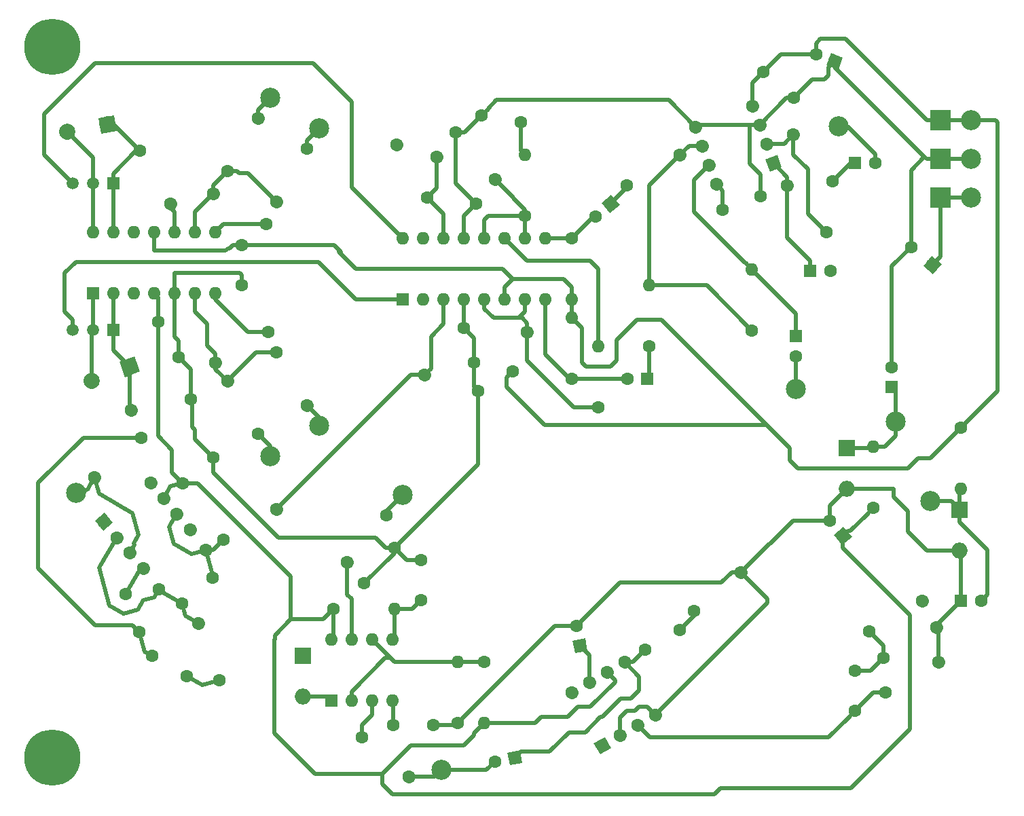
<source format=gbr>
G04 #@! TF.GenerationSoftware,KiCad,Pcbnew,(5.1.2-1)-1*
G04 #@! TF.CreationDate,2021-02-01T13:45:36-05:00*
G04 #@! TF.ProjectId,MFOS - Voltage Controlled Reverb,4d464f53-202d-4205-966f-6c7461676520,rev?*
G04 #@! TF.SameCoordinates,Original*
G04 #@! TF.FileFunction,Copper,L1,Top*
G04 #@! TF.FilePolarity,Positive*
%FSLAX46Y46*%
G04 Gerber Fmt 4.6, Leading zero omitted, Abs format (unit mm)*
G04 Created by KiCad (PCBNEW (5.1.2-1)-1) date 2021-02-01 13:45:36*
%MOMM*%
%LPD*%
G04 APERTURE LIST*
%ADD10C,7.000000*%
%ADD11C,1.600000*%
%ADD12C,0.100000*%
%ADD13R,1.600000X1.600000*%
%ADD14R,1.500000X1.500000*%
%ADD15C,1.500000*%
%ADD16C,2.000000*%
%ADD17C,2.000000*%
%ADD18R,2.000000X2.000000*%
%ADD19O,2.000000X2.000000*%
%ADD20C,2.499360*%
%ADD21R,2.499360X2.499360*%
%ADD22C,1.600000*%
%ADD23O,1.600000X1.600000*%
%ADD24C,0.500000*%
%ADD25C,0.400000*%
G04 APERTURE END LIST*
D10*
X18288000Y-106680000D03*
X18288000Y-18034000D03*
D11*
X113474768Y-18956950D03*
X115824000Y-19812000D03*
D12*
G36*
X116849370Y-19333862D02*
G01*
X116302138Y-20837370D01*
X114798630Y-20290138D01*
X115345862Y-18786630D01*
X116849370Y-19333862D01*
X116849370Y-19333862D01*
G37*
D11*
X110998000Y-56602000D03*
D13*
X110998000Y-54102000D03*
D11*
X83639880Y-90247981D03*
X84074000Y-92710000D03*
D12*
G36*
X85000765Y-93358928D02*
G01*
X83425072Y-93636765D01*
X83147235Y-92061072D01*
X84722928Y-91783235D01*
X85000765Y-93358928D01*
X85000765Y-93358928D01*
G37*
D11*
X134072000Y-87122000D03*
D13*
X131572000Y-87122000D03*
D11*
X122936000Y-57952000D03*
D13*
X122936000Y-60452000D03*
D11*
X73483981Y-107114120D03*
X75946000Y-106680000D03*
D12*
G36*
X76594928Y-105753235D02*
G01*
X76872765Y-107328928D01*
X75297072Y-107606765D01*
X75019235Y-106031072D01*
X76594928Y-105753235D01*
X76594928Y-105753235D01*
G37*
D11*
X120864000Y-32512000D03*
D13*
X118364000Y-32512000D03*
D11*
X85968889Y-39198969D03*
X87884000Y-37592000D03*
D12*
G36*
X87982605Y-36464934D02*
G01*
X89011066Y-37690605D01*
X87785395Y-38719066D01*
X86756934Y-37493395D01*
X87982605Y-36464934D01*
X87982605Y-36464934D01*
G37*
D11*
X115276000Y-45974000D03*
D13*
X112776000Y-45974000D03*
D11*
X89956000Y-59436000D03*
D13*
X92456000Y-59436000D03*
D11*
X115233031Y-77078889D03*
X116840000Y-78994000D03*
D12*
G36*
X117967066Y-79092605D02*
G01*
X116741395Y-80121066D01*
X115712934Y-78895395D01*
X116938605Y-77866934D01*
X117967066Y-79092605D01*
X117967066Y-79092605D01*
G37*
D14*
X25908000Y-35052000D03*
D15*
X20828000Y-35052000D03*
X23368000Y-35052000D03*
D14*
X25908000Y-53340000D03*
D15*
X20828000Y-53340000D03*
X23368000Y-53340000D03*
D11*
X38258061Y-84237861D03*
X34427839Y-87451799D03*
X96532127Y-90718000D03*
X92202000Y-93218000D03*
X35021677Y-96447442D03*
X30691550Y-93947442D03*
X64262000Y-87042000D03*
X64262000Y-82042000D03*
X106552463Y-36643899D03*
X101854000Y-38354000D03*
X34483068Y-72422786D03*
X38313290Y-69208848D03*
X57170222Y-84924062D03*
X53340000Y-88138000D03*
X31496000Y-52324000D03*
X33996000Y-56654127D03*
X71783961Y-26563759D03*
X76708000Y-27432000D03*
X128016000Y-45212000D03*
D12*
G36*
X129143066Y-45113395D02*
G01*
X128114605Y-46339066D01*
X126888934Y-45310605D01*
X127917395Y-44084934D01*
X129143066Y-45113395D01*
X129143066Y-45113395D01*
G37*
D11*
X125334844Y-42962243D03*
X110744000Y-24384000D03*
X106913778Y-21170062D03*
X27381492Y-86272186D03*
X29091593Y-90970649D03*
X65786000Y-102616000D03*
X60786000Y-102616000D03*
X41910000Y-42752000D03*
X41910000Y-47752000D03*
X71374000Y-60960000D03*
X75704127Y-58460000D03*
X118364000Y-95838000D03*
X118364000Y-100838000D03*
D16*
X23166361Y-59649462D03*
D17*
X23166361Y-59649462D02*
X23166361Y-59649462D01*
D16*
X27940000Y-57912000D03*
D12*
G36*
X28537672Y-56630287D02*
G01*
X29221713Y-58509672D01*
X27342328Y-59193713D01*
X26658287Y-57314328D01*
X28537672Y-56630287D01*
X28537672Y-56630287D01*
G37*
D16*
X25146000Y-27686000D03*
D12*
G36*
X25957160Y-26527544D02*
G01*
X26304456Y-28497160D01*
X24334840Y-28844456D01*
X23987544Y-26874840D01*
X25957160Y-26527544D01*
X25957160Y-26527544D01*
G37*
D16*
X20143177Y-28568133D03*
D17*
X20143177Y-28568133D02*
X20143177Y-28568133D01*
D18*
X49530000Y-93980000D03*
D19*
X49530000Y-99060000D03*
X131419600Y-80822800D03*
D18*
X131419600Y-75742800D03*
D20*
X51562000Y-65278000D03*
X116332000Y-27940000D03*
X45466000Y-24384000D03*
X45466000Y-69088000D03*
X51562000Y-28194000D03*
X61976000Y-73914000D03*
X66802000Y-108204000D03*
X21218287Y-73606053D03*
X123444000Y-64770000D03*
X110998000Y-60706000D03*
D21*
X129032000Y-32004000D03*
D20*
X132842000Y-32004000D03*
X132842000Y-36830000D03*
D21*
X129032000Y-36830000D03*
X129032000Y-27178000D03*
D20*
X132842000Y-27178000D03*
X127762000Y-74676000D03*
D11*
X29390451Y-66748795D03*
X23553192Y-71646837D03*
D22*
X23553192Y-71646837D02*
X23553192Y-71646837D01*
D11*
X36477041Y-89872162D03*
D22*
X36477041Y-89872162D02*
X36477041Y-89872162D01*
D11*
X39083234Y-97032620D03*
X31572652Y-85657329D03*
X37409911Y-80759287D03*
D22*
X37409911Y-80759287D02*
X37409911Y-80759287D01*
D11*
X120624600Y-75514200D03*
D23*
X120624600Y-67894200D03*
X131572000Y-73152000D03*
D11*
X131572000Y-65532000D03*
X98298000Y-88392000D03*
X104135259Y-83493958D03*
D22*
X104135259Y-83493958D02*
X104135259Y-83493958D01*
D11*
X35560000Y-61976000D03*
X28055765Y-63299199D03*
D22*
X28055765Y-63299199D02*
X28055765Y-63299199D01*
D11*
X39624000Y-79502000D03*
X46223114Y-75692000D03*
D22*
X46223114Y-75692000D02*
X46223114Y-75692000D01*
D11*
X120142000Y-90932000D03*
X126741114Y-87122000D03*
D22*
X126741114Y-87122000D02*
X126741114Y-87122000D01*
D11*
X83058000Y-59436000D03*
D23*
X83058000Y-51816000D03*
D11*
X45212000Y-53594000D03*
X38612886Y-57404000D03*
D22*
X38612886Y-57404000D02*
X38612886Y-57404000D01*
D11*
X64697958Y-58923259D03*
D22*
X64697958Y-58923259D02*
X64697958Y-58923259D01*
D11*
X69596000Y-53086000D03*
X50038000Y-62733114D03*
D22*
X50038000Y-62733114D02*
X50038000Y-62733114D01*
D11*
X46228000Y-56134000D03*
X43942000Y-66294000D03*
X40132000Y-59694886D03*
D22*
X40132000Y-59694886D02*
X40132000Y-59694886D01*
D11*
X77465114Y-53594000D03*
D22*
X77465114Y-53594000D02*
X77465114Y-53594000D01*
D11*
X70866000Y-57404000D03*
X86360000Y-62992000D03*
D23*
X86360000Y-55372000D03*
X92710000Y-47752000D03*
D11*
X92710000Y-55372000D03*
X61214000Y-30230886D03*
D22*
X61214000Y-30230886D02*
X61214000Y-30230886D01*
D11*
X65024000Y-36830000D03*
X89916000Y-35306000D03*
X96515114Y-31496000D03*
D22*
X96515114Y-31496000D02*
X96515114Y-31496000D01*
D23*
X105486200Y-45745400D03*
D11*
X105486200Y-53365400D03*
X33020000Y-37587114D03*
D22*
X33020000Y-37587114D02*
X33020000Y-37587114D01*
D11*
X29210000Y-30988000D03*
X110671958Y-28960741D03*
D22*
X110671958Y-28960741D02*
X110671958Y-28960741D01*
D11*
X115570000Y-34798000D03*
X109909958Y-35310741D03*
D22*
X109909958Y-35310741D02*
X109909958Y-35310741D01*
D11*
X114808000Y-41148000D03*
X44958000Y-40132000D03*
X38358886Y-36322000D03*
D22*
X38358886Y-36322000D02*
X38358886Y-36322000D01*
D11*
X71120000Y-37592000D03*
X66221958Y-31754741D03*
D22*
X66221958Y-31754741D02*
X66221958Y-31754741D01*
D23*
X83058000Y-49530000D03*
D11*
X83058000Y-41910000D03*
X43942000Y-26928886D03*
D22*
X43942000Y-26928886D02*
X43942000Y-26928886D01*
D11*
X40132000Y-33528000D03*
X50038000Y-30734000D03*
X46228000Y-37333114D03*
D22*
X46228000Y-37333114D02*
X46228000Y-37333114D01*
D11*
X73478042Y-34539259D03*
D22*
X73478042Y-34539259D02*
X73478042Y-34539259D01*
D11*
X68580000Y-28702000D03*
X77216000Y-39116000D03*
D23*
X77216000Y-31496000D03*
D11*
X60960000Y-80518000D03*
D23*
X60960000Y-88138000D03*
D11*
X56896000Y-104140000D03*
X62733259Y-109038042D03*
D22*
X62733259Y-109038042D02*
X62733259Y-109038042D01*
D11*
X55045958Y-82291259D03*
D22*
X55045958Y-82291259D02*
X55045958Y-82291259D01*
D11*
X59944000Y-76454000D03*
X72136000Y-94742000D03*
D23*
X72136000Y-102362000D03*
X68834000Y-94742000D03*
D11*
X68834000Y-102362000D03*
X128519114Y-90424000D03*
D22*
X128519114Y-90424000D02*
X128519114Y-90424000D01*
D11*
X121920000Y-94234000D03*
X128773114Y-94742000D03*
D22*
X128773114Y-94742000D02*
X128773114Y-94742000D01*
D11*
X122174000Y-98552000D03*
X86868000Y-105156000D03*
D12*
G36*
X87960820Y-105448820D02*
G01*
X86575180Y-106248820D01*
X85775180Y-104863180D01*
X87160820Y-104063180D01*
X87960820Y-105448820D01*
X87960820Y-105448820D01*
G37*
D11*
X89657114Y-94746886D03*
D22*
X89657114Y-94746886D02*
X89657114Y-94746886D01*
D11*
X89067705Y-103886000D03*
D22*
X89067705Y-103886000D02*
X89067705Y-103886000D01*
D11*
X87457409Y-96016886D03*
D22*
X87457409Y-96016886D02*
X87457409Y-96016886D01*
D11*
X91267409Y-102616000D03*
D22*
X91267409Y-102616000D02*
X91267409Y-102616000D01*
D11*
X85257705Y-97286886D03*
D22*
X85257705Y-97286886D02*
X85257705Y-97286886D01*
D11*
X93467114Y-101346000D03*
D22*
X93467114Y-101346000D02*
X93467114Y-101346000D01*
D11*
X83058000Y-98556886D03*
D22*
X83058000Y-98556886D02*
X83058000Y-98556886D01*
D11*
X30524875Y-72328897D03*
D22*
X30524875Y-72328897D02*
X30524875Y-72328897D01*
D11*
X29585658Y-83064198D03*
D22*
X29585658Y-83064198D02*
X29585658Y-83064198D01*
D11*
X32157555Y-74274650D03*
D22*
X32157555Y-74274650D02*
X32157555Y-74274650D01*
D11*
X27952977Y-81118445D03*
D22*
X27952977Y-81118445D02*
X27952977Y-81118445D01*
D11*
X33790236Y-76220403D03*
D22*
X33790236Y-76220403D02*
X33790236Y-76220403D01*
D11*
X26320297Y-79172692D03*
D22*
X26320297Y-79172692D02*
X26320297Y-79172692D01*
D11*
X35422916Y-78166156D03*
D22*
X35422916Y-78166156D02*
X35422916Y-78166156D01*
D11*
X24687616Y-77226939D03*
D12*
G36*
X24589011Y-78354005D02*
G01*
X23560550Y-77128334D01*
X24786221Y-76099873D01*
X25814682Y-77325544D01*
X24589011Y-78354005D01*
X24589011Y-78354005D01*
G37*
D13*
X23368000Y-48768000D03*
D23*
X38608000Y-41148000D03*
X25908000Y-48768000D03*
X36068000Y-41148000D03*
X28448000Y-48768000D03*
X33528000Y-41148000D03*
X30988000Y-48768000D03*
X30988000Y-41148000D03*
X33528000Y-48768000D03*
X28448000Y-41148000D03*
X36068000Y-48768000D03*
X25908000Y-41148000D03*
X38608000Y-48768000D03*
X23368000Y-41148000D03*
D13*
X61976000Y-49530000D03*
D23*
X79756000Y-41910000D03*
X64516000Y-49530000D03*
X77216000Y-41910000D03*
X67056000Y-49530000D03*
X74676000Y-41910000D03*
X69596000Y-49530000D03*
X72136000Y-41910000D03*
X72136000Y-49530000D03*
X69596000Y-41910000D03*
X74676000Y-49530000D03*
X67056000Y-41910000D03*
X77216000Y-49530000D03*
X64516000Y-41910000D03*
X79756000Y-49530000D03*
X61976000Y-41910000D03*
D11*
X101043542Y-35118193D03*
D22*
X101043542Y-35118193D02*
X101043542Y-35118193D01*
D11*
X105597807Y-25351542D03*
D22*
X105597807Y-25351542D02*
X105597807Y-25351542D01*
D11*
X100174811Y-32731374D03*
D22*
X100174811Y-32731374D02*
X100174811Y-32731374D01*
D11*
X106466538Y-27738361D03*
D22*
X106466538Y-27738361D02*
X106466538Y-27738361D01*
D11*
X99306080Y-30344555D03*
D22*
X99306080Y-30344555D02*
X99306080Y-30344555D01*
D11*
X107335269Y-30125181D03*
D22*
X107335269Y-30125181D02*
X107335269Y-30125181D01*
D11*
X98437349Y-27957736D03*
D22*
X98437349Y-27957736D02*
X98437349Y-27957736D01*
D11*
X108204000Y-32512000D03*
D12*
G36*
X108682138Y-31486630D02*
G01*
X109229370Y-32990138D01*
X107725862Y-33537370D01*
X107178630Y-32033862D01*
X108682138Y-31486630D01*
X108682138Y-31486630D01*
G37*
D13*
X53060600Y-99542600D03*
D23*
X60680600Y-91922600D03*
X55600600Y-99542600D03*
X58140600Y-91922600D03*
X58140600Y-99542600D03*
X55600600Y-91922600D03*
X60680600Y-99542600D03*
X53060600Y-91922600D03*
D18*
X117348000Y-68072000D03*
D19*
X117348000Y-73152000D03*
D24*
X31496000Y-49276000D02*
X30988000Y-48768000D01*
X31496000Y-52324000D02*
X31496000Y-49276000D01*
X33203223Y-71119343D02*
X33203223Y-68255223D01*
X34003222Y-71919342D02*
X33203223Y-71119343D01*
X31496000Y-66548000D02*
X31496000Y-52324000D01*
X33203223Y-68255223D02*
X31496000Y-66548000D01*
X32996804Y-72821029D02*
X32157556Y-74274649D01*
X34483068Y-72422786D02*
X32996804Y-72821029D01*
X76708000Y-30988000D02*
X77216000Y-31496000D01*
X76708000Y-27432000D02*
X76708000Y-30988000D01*
X132842000Y-36830000D02*
X129032000Y-36830000D01*
X53340000Y-91643200D02*
X53060600Y-91922600D01*
X53340000Y-88138000D02*
X53340000Y-91643200D01*
X129032000Y-44196000D02*
X129032000Y-36830000D01*
X128016000Y-45212000D02*
X129032000Y-44196000D01*
X101854000Y-35928651D02*
X101043542Y-35118193D01*
X101854000Y-38354000D02*
X101854000Y-35928651D01*
X119824601Y-76314199D02*
X120624600Y-75514200D01*
X117783356Y-78355444D02*
X119824601Y-76314199D01*
X117478556Y-78355444D02*
X117783356Y-78355444D01*
X116840000Y-78994000D02*
X117478556Y-78355444D01*
X86360000Y-55372000D02*
X86360000Y-45720000D01*
X86360000Y-45720000D02*
X85344000Y-44704000D01*
X77470000Y-44704000D02*
X74676000Y-41910000D01*
X85344000Y-44704000D02*
X77470000Y-44704000D01*
X70866000Y-103632000D02*
X72136000Y-102362000D01*
X59436000Y-108712000D02*
X62992000Y-105156000D01*
X101601957Y-110488043D02*
X100838000Y-111252000D01*
X117857957Y-110488043D02*
X101601957Y-110488043D01*
X125222000Y-88900000D02*
X125222000Y-103124000D01*
X125222000Y-103124000D02*
X117857957Y-110488043D01*
X116840000Y-80518000D02*
X125222000Y-88900000D01*
X116840000Y-78994000D02*
X116840000Y-80518000D01*
X70866000Y-103886000D02*
X69596000Y-105156000D01*
X70866000Y-103632000D02*
X70866000Y-103886000D01*
X62992000Y-105156000D02*
X69596000Y-105156000D01*
X59436000Y-109982000D02*
X60706000Y-111252000D01*
X100838000Y-111252000D02*
X60706000Y-111252000D01*
X59436000Y-109982000D02*
X59436000Y-108712000D01*
X59436000Y-108712000D02*
X51054000Y-108712000D01*
X51054000Y-108712000D02*
X45974000Y-103632000D01*
X45974000Y-103632000D02*
X45974000Y-91948000D01*
X45999400Y-91922600D02*
X45999400Y-91414600D01*
X45974000Y-91948000D02*
X45999400Y-91922600D01*
X45999400Y-91414600D02*
X48006000Y-89408000D01*
X52070000Y-89408000D02*
X53340000Y-88138000D01*
X48006000Y-89408000D02*
X52070000Y-89408000D01*
X48006000Y-89408000D02*
X48006000Y-84074000D01*
X36354786Y-72422786D02*
X34483068Y-72422786D01*
X48006000Y-84074000D02*
X36354786Y-72422786D01*
X82550000Y-101600000D02*
X79248000Y-101600000D01*
X88430261Y-97243739D02*
X85344000Y-100330000D01*
X83820000Y-100330000D02*
X82550000Y-101600000D01*
X88430261Y-96989739D02*
X88430261Y-97243739D01*
X78486000Y-102362000D02*
X72136000Y-102362000D01*
X85344000Y-100330000D02*
X83820000Y-100330000D01*
X79248000Y-101600000D02*
X78486000Y-102362000D01*
X87457409Y-96016886D02*
X88430261Y-96989739D01*
X33020000Y-37587114D02*
X33020000Y-38100000D01*
X33528000Y-38608000D02*
X33528000Y-41148000D01*
X33020000Y-38100000D02*
X33528000Y-38608000D01*
X41656000Y-46228000D02*
X33528000Y-46228000D01*
X41910000Y-46482000D02*
X41656000Y-46228000D01*
X33528000Y-46228000D02*
X33528000Y-48768000D01*
X41910000Y-47752000D02*
X41910000Y-46482000D01*
X33996000Y-56654127D02*
X33996000Y-54650000D01*
X33528000Y-54182000D02*
X33528000Y-48768000D01*
X33996000Y-54650000D02*
X33528000Y-54182000D01*
X35560000Y-58218127D02*
X33996000Y-56654127D01*
X35560000Y-61976000D02*
X35560000Y-58218127D01*
X69596000Y-39116000D02*
X71120000Y-37592000D01*
X69596000Y-41910000D02*
X69596000Y-39116000D01*
X68580000Y-35052000D02*
X68580000Y-28702000D01*
X71120000Y-37592000D02*
X68580000Y-35052000D01*
X69645720Y-28702000D02*
X71783961Y-26563759D01*
X68580000Y-28702000D02*
X69645720Y-28702000D01*
X109820899Y-24384000D02*
X110744000Y-24384000D01*
X106466538Y-27738361D02*
X109820899Y-24384000D01*
X110744000Y-24384000D02*
X113030000Y-22098000D01*
X113030000Y-22098000D02*
X114554000Y-22098000D01*
X114554000Y-22098000D02*
X115062000Y-21590000D01*
X115062000Y-20574000D02*
X115824000Y-19812000D01*
X115062000Y-21590000D02*
X115062000Y-20574000D01*
X98656724Y-27738361D02*
X98437349Y-27957736D01*
X132842000Y-32004000D02*
X129032000Y-32004000D01*
X115824000Y-20545680D02*
X115824000Y-19812000D01*
X129032000Y-32004000D02*
X127282320Y-32004000D01*
X29742386Y-93399443D02*
X29091593Y-90970649D01*
X30691550Y-93947442D02*
X29742386Y-93399443D01*
X35713323Y-62129323D02*
X35560000Y-61976000D01*
X35713323Y-65431323D02*
X35713323Y-62129323D01*
X36059765Y-65777765D02*
X35713323Y-65431323D01*
X36059765Y-66955323D02*
X36059765Y-65777765D01*
X38313290Y-69208848D02*
X36059765Y-66955323D01*
X69596000Y-53086000D02*
X69596000Y-50546000D01*
X69596000Y-50546000D02*
X69596000Y-49530000D01*
X70866000Y-54356000D02*
X69596000Y-53086000D01*
X70866000Y-57404000D02*
X70866000Y-54356000D01*
X70866000Y-60452000D02*
X71374000Y-60960000D01*
X70866000Y-57404000D02*
X70866000Y-60452000D01*
X62484000Y-82042000D02*
X60960000Y-80518000D01*
X64262000Y-82042000D02*
X62484000Y-82042000D01*
X60960000Y-81134284D02*
X60960000Y-80518000D01*
X57170222Y-84924062D02*
X60960000Y-81134284D01*
X72583960Y-25763760D02*
X72583960Y-25714040D01*
X71783961Y-26563759D02*
X72583960Y-25763760D01*
X72583960Y-25714040D02*
X73660000Y-24638000D01*
X95117613Y-24638000D02*
X98437349Y-27957736D01*
X73660000Y-24638000D02*
X95117613Y-24638000D01*
X68580000Y-102616000D02*
X68834000Y-102362000D01*
X65786000Y-102616000D02*
X68580000Y-102616000D01*
X125334844Y-42962243D02*
X125334844Y-33415156D01*
X127014160Y-31735840D02*
X115824000Y-20545680D01*
X125334844Y-33415156D02*
X127014160Y-31735840D01*
X127282320Y-32004000D02*
X127014160Y-31735840D01*
X106552463Y-36643899D02*
X106552463Y-33908463D01*
X105208361Y-32564361D02*
X105208361Y-27738361D01*
X106552463Y-33908463D02*
X105208361Y-32564361D01*
X105208361Y-27738361D02*
X98656724Y-27738361D01*
X106466538Y-27738361D02*
X105208361Y-27738361D01*
X71374000Y-70104000D02*
X71374000Y-60960000D01*
X60960000Y-80518000D02*
X71374000Y-70104000D01*
X117348000Y-73152000D02*
X123190000Y-73152000D01*
X123190000Y-73152000D02*
X123190000Y-74168000D01*
X123190000Y-74168000D02*
X124968000Y-75946000D01*
X124968000Y-75946000D02*
X124968000Y-78486000D01*
X127304800Y-80822800D02*
X131419600Y-80822800D01*
X124968000Y-78486000D02*
X127304800Y-80822800D01*
X115233031Y-75266969D02*
X117348000Y-73152000D01*
X115233031Y-77078889D02*
X115233031Y-75266969D01*
X122936000Y-45361087D02*
X125334844Y-42962243D01*
X122936000Y-57952000D02*
X122936000Y-45361087D01*
X131572000Y-80975200D02*
X131419600Y-80822800D01*
X131572000Y-87122000D02*
X131572000Y-80975200D01*
X128519114Y-90174886D02*
X131572000Y-87122000D01*
X128519114Y-90424000D02*
X128519114Y-90174886D01*
X110627111Y-77078889D02*
X107772783Y-79933217D01*
X107696000Y-79933217D02*
X104135259Y-83493958D01*
X107772783Y-79933217D02*
X107696000Y-79933217D01*
X115233031Y-77078889D02*
X110627111Y-77078889D01*
X128773114Y-90678000D02*
X128519114Y-90424000D01*
X128773114Y-94742000D02*
X128773114Y-90678000D01*
X80948019Y-90247981D02*
X83639880Y-90247981D01*
X68834000Y-102362000D02*
X80948019Y-90247981D01*
X93467114Y-101346000D02*
X107442000Y-87371114D01*
X107442000Y-86800699D02*
X104135259Y-83493958D01*
X107442000Y-87371114D02*
X107442000Y-86800699D01*
X103003889Y-83493958D02*
X101661847Y-84836000D01*
X104135259Y-83493958D02*
X103003889Y-83493958D01*
X89051861Y-84836000D02*
X83639880Y-90247981D01*
X101661847Y-84836000D02*
X89051861Y-84836000D01*
X22151205Y-66748795D02*
X29390451Y-66748795D01*
X29091593Y-90970649D02*
X28291594Y-90170650D01*
X16510000Y-72390000D02*
X22151205Y-66748795D01*
X16510000Y-83058000D02*
X16510000Y-72390000D01*
X23622650Y-90170650D02*
X16510000Y-83058000D01*
X28291594Y-90170650D02*
X23622650Y-90170650D01*
X59828630Y-80518000D02*
X58558630Y-79248000D01*
X60960000Y-80518000D02*
X59828630Y-80518000D01*
X58558630Y-79248000D02*
X46482000Y-79248000D01*
X38313290Y-71079290D02*
X38313290Y-69208848D01*
X46482000Y-79248000D02*
X38313290Y-71079290D01*
X92834557Y-100713443D02*
X93467114Y-101346000D01*
X92456000Y-100330000D02*
X92456000Y-100334886D01*
X90932000Y-100838000D02*
X91440000Y-100330000D01*
X92456000Y-100334886D02*
X92834557Y-100713443D01*
X91440000Y-100330000D02*
X92456000Y-100330000D01*
X89067705Y-103886000D02*
X89067705Y-101686295D01*
X89916000Y-100838000D02*
X90932000Y-100838000D01*
X89067705Y-101686295D02*
X89916000Y-100838000D01*
X32834520Y-77875751D02*
X33790236Y-76220404D01*
X36301732Y-81043239D02*
X35593505Y-81233009D01*
X37409911Y-80759287D02*
X36317091Y-81052107D01*
X33393799Y-79963009D02*
X32834520Y-77875751D01*
X35593505Y-81233009D02*
X33393799Y-79963009D01*
X36317091Y-81052107D02*
X36301732Y-81043239D01*
X38315387Y-84138570D02*
X37409911Y-80759287D01*
X38258061Y-84237861D02*
X38315387Y-84138570D01*
X38366713Y-80759287D02*
X39624000Y-79502000D01*
X37409911Y-80759287D02*
X38366713Y-80759287D01*
X31618941Y-85830081D02*
X31572652Y-85657329D01*
X34427839Y-87451799D02*
X31618941Y-85830081D01*
X34820032Y-88915488D02*
X34427839Y-87451799D01*
X36477039Y-89872162D02*
X34820032Y-88915488D01*
X25420154Y-87677767D02*
X24148951Y-82933572D01*
X24148951Y-82933572D02*
X26320296Y-79172691D01*
X27179918Y-88693768D02*
X25420154Y-87677767D01*
X28914770Y-88228915D02*
X27179918Y-88693768D01*
X29619085Y-87009006D02*
X28914770Y-88228915D01*
X31006966Y-86637124D02*
X29619085Y-87009006D01*
X31572652Y-85657329D02*
X31006966Y-86637124D01*
X91440000Y-96529772D02*
X89657114Y-94746886D01*
X86868000Y-101600000D02*
X89154000Y-99314000D01*
X86614000Y-101600000D02*
X86868000Y-101600000D01*
X75946000Y-106680000D02*
X76707284Y-105918716D01*
X82677000Y-103505000D02*
X84709000Y-103505000D01*
X91440000Y-98298000D02*
X91440000Y-96529772D01*
X90424000Y-99314000D02*
X91440000Y-98298000D01*
X89154000Y-99314000D02*
X90424000Y-99314000D01*
X84709000Y-103505000D02*
X86614000Y-101600000D01*
X80263284Y-105918716D02*
X82677000Y-103505000D01*
X76707284Y-105918716D02*
X80263284Y-105918716D01*
X90673114Y-94746886D02*
X92202000Y-93218000D01*
X89657114Y-94746886D02*
X90673114Y-94746886D01*
X65967958Y-109038042D02*
X66802000Y-108204000D01*
X62733259Y-109038042D02*
X65967958Y-109038042D01*
X72394101Y-108204000D02*
X73483981Y-107114120D01*
X66802000Y-108204000D02*
X72394101Y-108204000D01*
X98298000Y-88952127D02*
X96532127Y-90718000D01*
X98298000Y-88392000D02*
X98298000Y-88952127D01*
X37001410Y-97590442D02*
X39083234Y-97032620D01*
X35021677Y-96447442D02*
X37001410Y-97590442D01*
X120624600Y-67894200D02*
X122097800Y-67894200D01*
X122097800Y-67894200D02*
X123444000Y-66548000D01*
X123444000Y-66548000D02*
X123444000Y-64770000D01*
X120446800Y-68072000D02*
X120624600Y-67894200D01*
X117348000Y-68072000D02*
X120446800Y-68072000D01*
X123444000Y-60960000D02*
X122936000Y-60452000D01*
X123444000Y-64770000D02*
X123444000Y-60960000D01*
X130352800Y-74676000D02*
X131419600Y-75742800D01*
X127762000Y-74676000D02*
X130352800Y-74676000D01*
X131419600Y-73304400D02*
X131572000Y-73152000D01*
X131419600Y-75742800D02*
X131419600Y-73304400D01*
X131419600Y-77242800D02*
X131419600Y-75742800D01*
X134871999Y-80695199D02*
X131419600Y-77242800D01*
X134871999Y-86322001D02*
X134871999Y-80695199D01*
X134072000Y-87122000D02*
X134871999Y-86322001D01*
X85257705Y-93893705D02*
X84074000Y-92710000D01*
X85257705Y-97286886D02*
X85257705Y-93893705D01*
X104686201Y-44945401D02*
X104635401Y-44945401D01*
X105486200Y-45745400D02*
X104686201Y-44945401D01*
X104635401Y-44945401D02*
X98298000Y-38608000D01*
X98298000Y-34608185D02*
X100174811Y-32731374D01*
X98298000Y-38608000D02*
X98298000Y-34608185D01*
X110998000Y-51257200D02*
X105486200Y-45745400D01*
X110998000Y-54102000D02*
X110998000Y-51257200D01*
X110998000Y-60706000D02*
X110998000Y-56602000D01*
X92710000Y-59182000D02*
X92456000Y-59436000D01*
X92710000Y-55372000D02*
X92710000Y-59182000D01*
X83058000Y-59436000D02*
X89956000Y-59436000D01*
X79756000Y-52070000D02*
X79756000Y-49530000D01*
X83058000Y-59436000D02*
X82804000Y-59436000D01*
X79756000Y-56388000D02*
X79756000Y-52070000D01*
X82804000Y-59436000D02*
X79756000Y-56388000D01*
X109909958Y-34217958D02*
X108204000Y-32512000D01*
X109909958Y-35310741D02*
X109909958Y-34217958D01*
X109909958Y-36442111D02*
X109909958Y-35310741D01*
X112776000Y-44674000D02*
X109909958Y-41807958D01*
X109909958Y-41807958D02*
X109909958Y-36442111D01*
X112776000Y-45974000D02*
X112776000Y-44674000D01*
X83058000Y-41910000D02*
X79756000Y-41910000D01*
X85769031Y-39198969D02*
X83058000Y-41910000D01*
X85968889Y-39198969D02*
X85769031Y-39198969D01*
X89916000Y-35560000D02*
X87884000Y-37592000D01*
X89916000Y-35306000D02*
X89916000Y-35560000D01*
X117423370Y-27940000D02*
X116332000Y-27940000D01*
X120864000Y-31380630D02*
X117423370Y-27940000D01*
X120864000Y-32512000D02*
X120864000Y-31380630D01*
X117856000Y-32512000D02*
X115570000Y-34798000D01*
X118364000Y-32512000D02*
X117856000Y-32512000D01*
X60960000Y-91643200D02*
X60680600Y-91922600D01*
X60960000Y-88138000D02*
X60960000Y-91643200D01*
X63166000Y-88138000D02*
X64262000Y-87042000D01*
X60960000Y-88138000D02*
X63166000Y-88138000D01*
X74676000Y-48006000D02*
X74676000Y-49530000D01*
X75692000Y-46990000D02*
X74676000Y-48006000D01*
X83058000Y-48006000D02*
X82042000Y-46990000D01*
X82042000Y-46990000D02*
X75692000Y-46990000D01*
X83058000Y-49530000D02*
X83058000Y-48006000D01*
X105597807Y-22486033D02*
X106913778Y-21170062D01*
X105597807Y-25351542D02*
X105597807Y-22486033D01*
X109126890Y-18956950D02*
X113474768Y-18956950D01*
X106913778Y-21170062D02*
X109126890Y-18956950D01*
X129032000Y-27178000D02*
X132842000Y-27178000D01*
X127282320Y-27178000D02*
X117122320Y-17018000D01*
X129032000Y-27178000D02*
X127282320Y-27178000D01*
X117122320Y-17018000D02*
X114046000Y-17018000D01*
X113474768Y-17589232D02*
X113474768Y-18956950D01*
X114046000Y-17018000D02*
X113474768Y-17589232D01*
X29169199Y-83175786D02*
X29585659Y-83064196D01*
X27381493Y-86272185D02*
X29169199Y-83175786D01*
X83058000Y-49530000D02*
X83058000Y-51816000D01*
X60786000Y-99648000D02*
X60680600Y-99542600D01*
X60786000Y-102616000D02*
X60786000Y-99648000D01*
X131572000Y-65532000D02*
X136144000Y-60960000D01*
X136144000Y-60960000D02*
X136144000Y-27432000D01*
X135890000Y-27178000D02*
X132842000Y-27178000D01*
X136144000Y-27432000D02*
X135890000Y-27178000D01*
X30988000Y-41148000D02*
X30988000Y-43434000D01*
X84836000Y-57912000D02*
X84328000Y-57404000D01*
X87884000Y-57912000D02*
X84836000Y-57912000D01*
X88646000Y-54610000D02*
X88646000Y-57150000D01*
X131572000Y-65532000D02*
X127762000Y-69342000D01*
X88646000Y-57150000D02*
X87884000Y-57912000D01*
X94234000Y-52070000D02*
X91186000Y-52070000D01*
X84328000Y-53086000D02*
X83058000Y-51816000D01*
X110236000Y-69596000D02*
X110236000Y-68072000D01*
X84328000Y-57404000D02*
X84328000Y-53086000D01*
X126238000Y-69342000D02*
X124968000Y-70612000D01*
X124968000Y-70612000D02*
X111252000Y-70612000D01*
X127762000Y-69342000D02*
X126238000Y-69342000D01*
X111252000Y-70612000D02*
X110236000Y-69596000D01*
X91186000Y-52070000D02*
X88646000Y-54610000D01*
X74904128Y-59259999D02*
X74904128Y-60426128D01*
X75704127Y-58460000D02*
X74904128Y-59259999D01*
X79629000Y-65151000D02*
X107315000Y-65151000D01*
X74904128Y-60426128D02*
X79629000Y-65151000D01*
X107315000Y-65151000D02*
X94234000Y-52070000D01*
X110236000Y-68072000D02*
X107315000Y-65151000D01*
X74422000Y-45720000D02*
X75692000Y-46990000D01*
X56134000Y-45720000D02*
X74422000Y-45720000D01*
X40778630Y-42752000D02*
X40386000Y-43144630D01*
X41910000Y-42752000D02*
X40778630Y-42752000D01*
X40386000Y-43144630D02*
X40167370Y-43144630D01*
X39878000Y-43434000D02*
X30988000Y-43434000D01*
X40167370Y-43144630D02*
X39878000Y-43434000D01*
X41910000Y-42752000D02*
X53420000Y-42752000D01*
X54229000Y-43561000D02*
X54229000Y-43815000D01*
X53420000Y-42752000D02*
X54229000Y-43561000D01*
X54229000Y-43815000D02*
X56134000Y-45720000D01*
X53965999Y-43551999D02*
X54229000Y-43815000D01*
X121920000Y-92710000D02*
X120142000Y-90932000D01*
X121920000Y-94234000D02*
X121920000Y-92710000D01*
X120316000Y-95838000D02*
X121920000Y-94234000D01*
X118364000Y-95838000D02*
X120316000Y-95838000D01*
X120650000Y-98552000D02*
X118364000Y-100838000D01*
X122174000Y-98552000D02*
X120650000Y-98552000D01*
X91267409Y-102616000D02*
X92791409Y-104140000D01*
X117564001Y-101637999D02*
X118364000Y-100838000D01*
X115062000Y-104140000D02*
X117564001Y-101637999D01*
X92791409Y-104140000D02*
X115062000Y-104140000D01*
X23166361Y-53541639D02*
X23368000Y-53340000D01*
X23166361Y-59649462D02*
X23166361Y-53541639D01*
X23368000Y-53340000D02*
X23368000Y-48768000D01*
X25908000Y-55880000D02*
X27940000Y-57912000D01*
X25908000Y-53340000D02*
X25908000Y-55880000D01*
X25908000Y-53340000D02*
X25908000Y-48768000D01*
X27940000Y-63183434D02*
X28055765Y-63299199D01*
X27940000Y-57912000D02*
X27940000Y-63183434D01*
D25*
X28822000Y-30988000D02*
X29210000Y-30988000D01*
D24*
X25908000Y-36202000D02*
X25908000Y-41148000D01*
X25908000Y-36202000D02*
X25908000Y-35052000D01*
X28722000Y-30988000D02*
X29210000Y-30988000D01*
X25908000Y-33802000D02*
X28722000Y-30988000D01*
X25908000Y-35052000D02*
X25908000Y-33802000D01*
X25908000Y-27686000D02*
X25146000Y-27686000D01*
X29210000Y-30988000D02*
X25908000Y-27686000D01*
X23368000Y-31792956D02*
X20143177Y-28568133D01*
X23368000Y-35052000D02*
X23368000Y-31792956D01*
X23368000Y-35052000D02*
X23368000Y-41148000D01*
X52578000Y-99060000D02*
X53060600Y-99542600D01*
X49530000Y-99060000D02*
X52578000Y-99060000D01*
X51562000Y-64257114D02*
X50038000Y-62733114D01*
X51562000Y-65278000D02*
X51562000Y-64257114D01*
X43942000Y-25908000D02*
X45466000Y-24384000D01*
X43942000Y-26928886D02*
X43942000Y-25908000D01*
X45466000Y-67818000D02*
X43942000Y-66294000D01*
X45466000Y-69088000D02*
X45466000Y-67818000D01*
X50038000Y-29718000D02*
X51562000Y-28194000D01*
X50038000Y-30734000D02*
X50038000Y-29718000D01*
X59944000Y-75946000D02*
X61976000Y-73914000D01*
X59944000Y-76454000D02*
X59944000Y-75946000D01*
X22642340Y-73224479D02*
X21218287Y-73606053D01*
X23553192Y-71646837D02*
X22642340Y-73224479D01*
X28518663Y-80138650D02*
X28451378Y-79887536D01*
X27952978Y-81118444D02*
X28518663Y-80138650D01*
X28451378Y-79887536D02*
X29019302Y-78903860D01*
X29019302Y-78903860D02*
X28275538Y-76128099D01*
X24109445Y-73722802D02*
X23553192Y-71646837D01*
X28275538Y-76128099D02*
X24109445Y-73722802D01*
X20828000Y-53340000D02*
X20828000Y-52070000D01*
X20828000Y-52070000D02*
X19812000Y-51054000D01*
X19812000Y-51054000D02*
X19812000Y-46228000D01*
X21197990Y-44842010D02*
X51446010Y-44842010D01*
X19812000Y-46228000D02*
X21197990Y-44842010D01*
X56134000Y-49530000D02*
X61976000Y-49530000D01*
X51446010Y-44842010D02*
X56134000Y-49530000D01*
X17272000Y-31496000D02*
X20828000Y-35052000D01*
X17272000Y-26416000D02*
X17272000Y-31496000D01*
X23622000Y-20066000D02*
X17272000Y-26416000D01*
X50800000Y-20066000D02*
X23622000Y-20066000D01*
X61976000Y-41910000D02*
X55626000Y-35560000D01*
X55626000Y-24892000D02*
X50800000Y-20066000D01*
X55626000Y-35560000D02*
X55626000Y-24892000D01*
X65497957Y-58123260D02*
X65497957Y-54136043D01*
X64697958Y-58923259D02*
X65497957Y-58123260D01*
X67056000Y-52578000D02*
X67056000Y-49530000D01*
X65497957Y-54136043D02*
X67056000Y-52578000D01*
X62991855Y-58923259D02*
X64697958Y-58923259D01*
X46223114Y-75692000D02*
X62991855Y-58923259D01*
X38608000Y-49530000D02*
X38608000Y-48768000D01*
X42672000Y-53594000D02*
X38608000Y-49530000D01*
X45212000Y-53594000D02*
X42672000Y-53594000D01*
X38612886Y-56272630D02*
X37592000Y-55251744D01*
X38612886Y-57404000D02*
X38612886Y-56272630D01*
X37592000Y-55251744D02*
X37592000Y-52578000D01*
X36068000Y-51054000D02*
X36068000Y-48768000D01*
X37592000Y-52578000D02*
X36068000Y-51054000D01*
X38612886Y-58175772D02*
X40132000Y-59694886D01*
X38612886Y-57404000D02*
X38612886Y-58175772D01*
X43692886Y-56134000D02*
X46228000Y-56134000D01*
X40132000Y-59694886D02*
X43692886Y-56134000D01*
X72136000Y-50661370D02*
X73290630Y-51816000D01*
X72136000Y-49530000D02*
X72136000Y-50661370D01*
X73290630Y-51816000D02*
X76454000Y-51816000D01*
X77216000Y-51054000D02*
X77216000Y-49530000D01*
X76454000Y-51816000D02*
X77216000Y-51054000D01*
X86360000Y-62992000D02*
X83312000Y-62992000D01*
X77465114Y-57145114D02*
X77465114Y-53594000D01*
X83312000Y-62992000D02*
X77465114Y-57145114D01*
X76818484Y-51816000D02*
X76454000Y-51816000D01*
X77465114Y-52462630D02*
X76818484Y-51816000D01*
X77465114Y-53594000D02*
X77465114Y-52462630D01*
X97666559Y-30344555D02*
X96515114Y-31496000D01*
X99306080Y-30344555D02*
X97666559Y-30344555D01*
X92710000Y-35301114D02*
X96515114Y-31496000D01*
X92710000Y-47752000D02*
X92710000Y-35301114D01*
X99872800Y-47752000D02*
X92710000Y-47752000D01*
X105486200Y-53365400D02*
X99872800Y-47752000D01*
X67056000Y-38862000D02*
X65024000Y-36830000D01*
X67056000Y-41910000D02*
X67056000Y-38862000D01*
X66221958Y-35632042D02*
X66221958Y-31754741D01*
X65024000Y-36830000D02*
X66221958Y-35632042D01*
X109507518Y-30125181D02*
X110671958Y-28960741D01*
X107335269Y-30125181D02*
X109507518Y-30125181D01*
X110671958Y-28960741D02*
X110671958Y-31423958D01*
X110671958Y-31423958D02*
X112522000Y-33274000D01*
X112522000Y-38862000D02*
X114808000Y-41148000D01*
X112522000Y-33274000D02*
X112522000Y-38862000D01*
X39624000Y-40132000D02*
X38608000Y-41148000D01*
X44958000Y-40132000D02*
X39624000Y-40132000D01*
X36068000Y-38612886D02*
X38358886Y-36322000D01*
X36068000Y-41148000D02*
X36068000Y-38612886D01*
X38358886Y-35301114D02*
X40132000Y-33528000D01*
X38358886Y-36322000D02*
X38358886Y-35301114D01*
X41263370Y-33528000D02*
X41517370Y-33782000D01*
X40132000Y-33528000D02*
X41263370Y-33528000D01*
X42676886Y-33782000D02*
X46228000Y-37333114D01*
X41517370Y-33782000D02*
X42676886Y-33782000D01*
X75768783Y-36830000D02*
X73478042Y-34539259D01*
X75768783Y-36906783D02*
X77216000Y-38354000D01*
X75768783Y-36830000D02*
X75768783Y-36906783D01*
X77216000Y-39116000D02*
X77216000Y-38354000D01*
X77216000Y-39116000D02*
X77216000Y-41910000D01*
X72136000Y-39624000D02*
X72136000Y-41910000D01*
X72644000Y-39116000D02*
X72136000Y-39624000D01*
X77216000Y-39116000D02*
X72644000Y-39116000D01*
X56896000Y-104140000D02*
X56896000Y-102616000D01*
X56896000Y-102616000D02*
X58166000Y-101346000D01*
X58140600Y-101320600D02*
X58140600Y-99542600D01*
X58166000Y-101346000D02*
X58140600Y-101320600D01*
X55045958Y-82291259D02*
X55045958Y-86287958D01*
X55600600Y-86842600D02*
X55600600Y-91922600D01*
X55045958Y-86287958D02*
X55600600Y-86842600D01*
X68834000Y-94742000D02*
X72136000Y-94742000D01*
X68834000Y-94742000D02*
X60960000Y-94742000D01*
X55600600Y-98411230D02*
X59777830Y-94234000D01*
X60325000Y-94107000D02*
X58140600Y-91922600D01*
X60198000Y-94234000D02*
X60325000Y-94107000D01*
X59777830Y-94234000D02*
X60198000Y-94234000D01*
X55600600Y-99542600D02*
X55600600Y-98411230D01*
X60960000Y-94742000D02*
X60325000Y-94107000D01*
M02*

</source>
